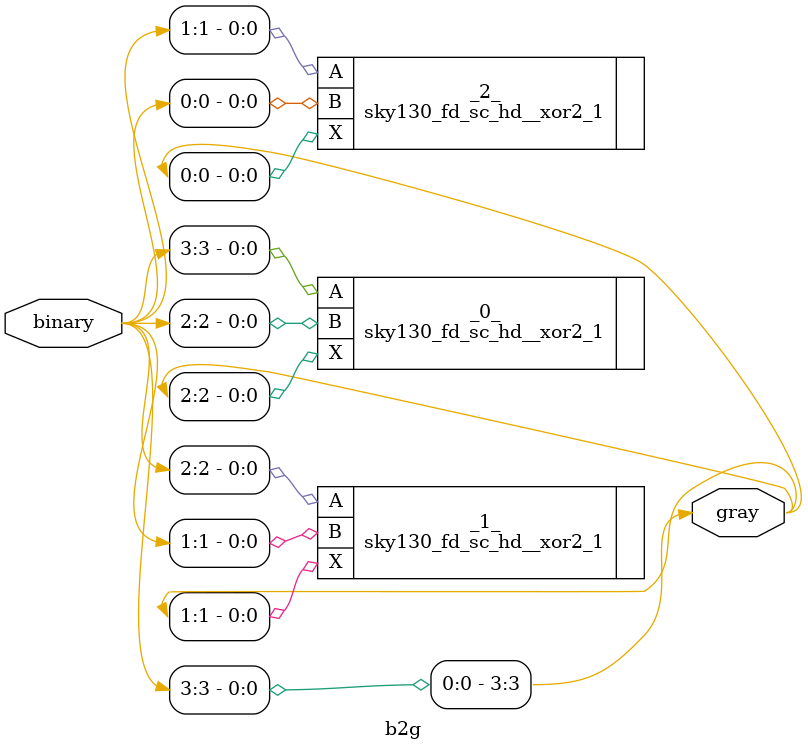
<source format=v>
/* Generated by Yosys 0.33 (git sha1 2584903a060) */

/* top =  1  */
/* src = "b2g_converter.v:1.1-9.10" */
module b2g(binary, gray);
  /* src = "b2g_converter.v:2.13-2.19" */
  input [3:0] binary;
  wire [3:0] binary;
  /* src = "b2g_converter.v:3.13-3.17" */
  output [3:0] gray;
  wire [3:0] gray;
  sky130_fd_sc_hd__xor2_1 _0_ (
    .A(binary[3]),
    .B(binary[2]),
    .X(gray[2])
  );
  sky130_fd_sc_hd__xor2_1 _1_ (
    .A(binary[2]),
    .B(binary[1]),
    .X(gray[1])
  );
  sky130_fd_sc_hd__xor2_1 _2_ (
    .A(binary[1]),
    .B(binary[0]),
    .X(gray[0])
  );
  assign gray[3] = binary[3];
endmodule

</source>
